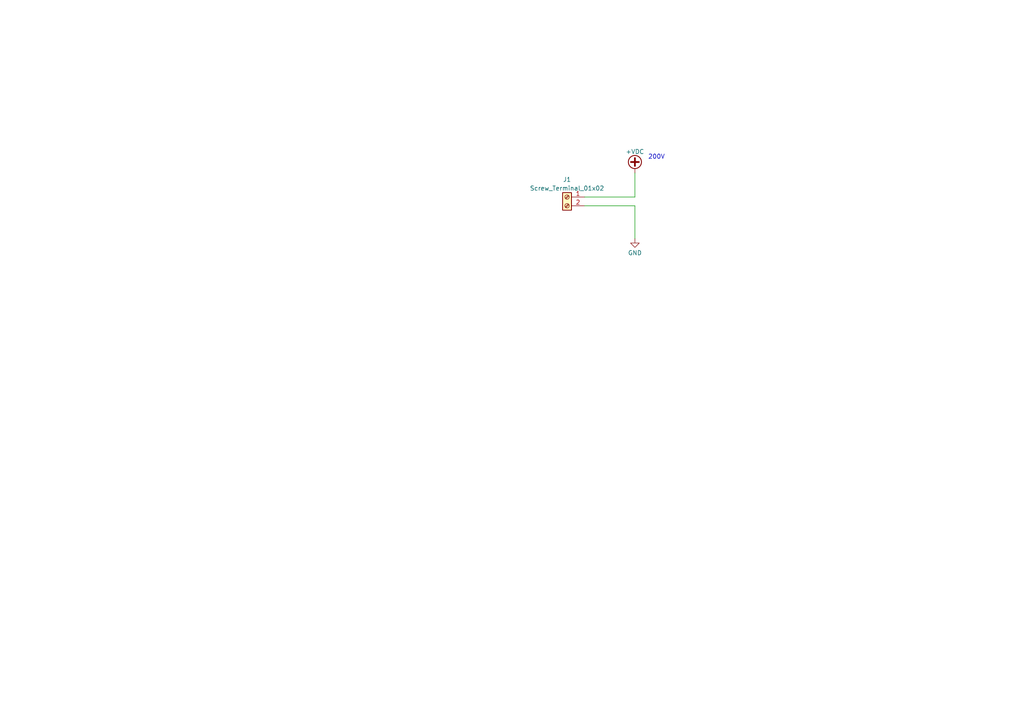
<source format=kicad_sch>
(kicad_sch (version 20230121) (generator eeschema)

  (uuid b3919c39-895a-4a09-8b0a-706531799358)

  (paper "A4")

  (lib_symbols
    (symbol "Connector:Screw_Terminal_01x02" (pin_names (offset 1.016) hide) (in_bom yes) (on_board yes)
      (property "Reference" "J" (at 0 2.54 0)
        (effects (font (size 1.27 1.27)))
      )
      (property "Value" "Screw_Terminal_01x02" (at 0 -5.08 0)
        (effects (font (size 1.27 1.27)))
      )
      (property "Footprint" "" (at 0 0 0)
        (effects (font (size 1.27 1.27)) hide)
      )
      (property "Datasheet" "~" (at 0 0 0)
        (effects (font (size 1.27 1.27)) hide)
      )
      (property "ki_keywords" "screw terminal" (at 0 0 0)
        (effects (font (size 1.27 1.27)) hide)
      )
      (property "ki_description" "Generic screw terminal, single row, 01x02, script generated (kicad-library-utils/schlib/autogen/connector/)" (at 0 0 0)
        (effects (font (size 1.27 1.27)) hide)
      )
      (property "ki_fp_filters" "TerminalBlock*:*" (at 0 0 0)
        (effects (font (size 1.27 1.27)) hide)
      )
      (symbol "Screw_Terminal_01x02_1_1"
        (rectangle (start -1.27 1.27) (end 1.27 -3.81)
          (stroke (width 0.254) (type default))
          (fill (type background))
        )
        (circle (center 0 -2.54) (radius 0.635)
          (stroke (width 0.1524) (type default))
          (fill (type none))
        )
        (polyline
          (pts
            (xy -0.5334 -2.2098)
            (xy 0.3302 -3.048)
          )
          (stroke (width 0.1524) (type default))
          (fill (type none))
        )
        (polyline
          (pts
            (xy -0.5334 0.3302)
            (xy 0.3302 -0.508)
          )
          (stroke (width 0.1524) (type default))
          (fill (type none))
        )
        (polyline
          (pts
            (xy -0.3556 -2.032)
            (xy 0.508 -2.8702)
          )
          (stroke (width 0.1524) (type default))
          (fill (type none))
        )
        (polyline
          (pts
            (xy -0.3556 0.508)
            (xy 0.508 -0.3302)
          )
          (stroke (width 0.1524) (type default))
          (fill (type none))
        )
        (circle (center 0 0) (radius 0.635)
          (stroke (width 0.1524) (type default))
          (fill (type none))
        )
        (pin passive line (at -5.08 0 0) (length 3.81)
          (name "Pin_1" (effects (font (size 1.27 1.27))))
          (number "1" (effects (font (size 1.27 1.27))))
        )
        (pin passive line (at -5.08 -2.54 0) (length 3.81)
          (name "Pin_2" (effects (font (size 1.27 1.27))))
          (number "2" (effects (font (size 1.27 1.27))))
        )
      )
    )
    (symbol "GND_1" (power) (pin_names (offset 0)) (in_bom yes) (on_board yes)
      (property "Reference" "#PWR" (at 0 -6.35 0)
        (effects (font (size 1.27 1.27)) hide)
      )
      (property "Value" "GND_1" (at 0 -3.81 0)
        (effects (font (size 1.27 1.27)))
      )
      (property "Footprint" "" (at 0 0 0)
        (effects (font (size 1.27 1.27)) hide)
      )
      (property "Datasheet" "" (at 0 0 0)
        (effects (font (size 1.27 1.27)) hide)
      )
      (property "ki_keywords" "global power" (at 0 0 0)
        (effects (font (size 1.27 1.27)) hide)
      )
      (property "ki_description" "Power symbol creates a global label with name \"GND\" , ground" (at 0 0 0)
        (effects (font (size 1.27 1.27)) hide)
      )
      (symbol "GND_1_0_1"
        (polyline
          (pts
            (xy 0 0)
            (xy 0 -1.27)
            (xy 1.27 -1.27)
            (xy 0 -2.54)
            (xy -1.27 -1.27)
            (xy 0 -1.27)
          )
          (stroke (width 0) (type default))
          (fill (type none))
        )
      )
      (symbol "GND_1_1_1"
        (pin power_in line (at 0 0 270) (length 0) hide
          (name "GND" (effects (font (size 1.27 1.27))))
          (number "1" (effects (font (size 1.27 1.27))))
        )
      )
    )
    (symbol "power:+VDC" (power) (pin_names (offset 0)) (in_bom yes) (on_board yes)
      (property "Reference" "#PWR" (at 0 -2.54 0)
        (effects (font (size 1.27 1.27)) hide)
      )
      (property "Value" "+VDC" (at 0 6.35 0)
        (effects (font (size 1.27 1.27)))
      )
      (property "Footprint" "" (at 0 0 0)
        (effects (font (size 1.27 1.27)) hide)
      )
      (property "Datasheet" "" (at 0 0 0)
        (effects (font (size 1.27 1.27)) hide)
      )
      (property "ki_keywords" "global power" (at 0 0 0)
        (effects (font (size 1.27 1.27)) hide)
      )
      (property "ki_description" "Power symbol creates a global label with name \"+VDC\"" (at 0 0 0)
        (effects (font (size 1.27 1.27)) hide)
      )
      (symbol "+VDC_0_1"
        (polyline
          (pts
            (xy -1.143 3.175)
            (xy 1.143 3.175)
          )
          (stroke (width 0.508) (type default))
          (fill (type none))
        )
        (polyline
          (pts
            (xy 0 0)
            (xy 0 1.27)
          )
          (stroke (width 0) (type default))
          (fill (type none))
        )
        (polyline
          (pts
            (xy 0 2.032)
            (xy 0 4.318)
          )
          (stroke (width 0.508) (type default))
          (fill (type none))
        )
        (circle (center 0 3.175) (radius 1.905)
          (stroke (width 0.254) (type default))
          (fill (type none))
        )
      )
      (symbol "+VDC_1_1"
        (pin power_in line (at 0 0 90) (length 0) hide
          (name "+VDC" (effects (font (size 1.27 1.27))))
          (number "1" (effects (font (size 1.27 1.27))))
        )
      )
    )
  )


  (wire (pts (xy 169.545 59.69) (xy 184.15 59.69))
    (stroke (width 0) (type default))
    (uuid 9818b862-809a-4ffd-9708-fc9f53efbec6)
  )
  (wire (pts (xy 184.15 59.69) (xy 184.15 69.215))
    (stroke (width 0) (type default))
    (uuid 9be8aaab-5a4b-458e-8c64-ffdc00135673)
  )
  (wire (pts (xy 169.545 57.15) (xy 184.15 57.15))
    (stroke (width 0) (type default))
    (uuid a33fd4d5-bc80-472e-a8cf-22de77debf84)
  )
  (wire (pts (xy 184.15 57.15) (xy 184.15 50.165))
    (stroke (width 0) (type default))
    (uuid eb4ee701-3882-471d-8d5b-b5ff34e2ae55)
  )

  (text "200V" (at 187.96 46.355 0)
    (effects (font (size 1.27 1.27)) (justify left bottom))
    (uuid fc85b77d-a29e-4a3d-b3e6-5cc72ea3f0e6)
  )

  (symbol (lib_id "power:+VDC") (at 184.15 50.165 0) (unit 1)
    (in_bom yes) (on_board yes) (dnp no) (fields_autoplaced)
    (uuid 8d7658c9-bccb-4dd2-8053-9e51b03d988d)
    (property "Reference" "#PWR02" (at 184.15 52.705 0)
      (effects (font (size 1.27 1.27)) hide)
    )
    (property "Value" "+VDC" (at 184.15 43.9961 0)
      (effects (font (size 1.27 1.27)))
    )
    (property "Footprint" "" (at 184.15 50.165 0)
      (effects (font (size 1.27 1.27)) hide)
    )
    (property "Datasheet" "" (at 184.15 50.165 0)
      (effects (font (size 1.27 1.27)) hide)
    )
    (pin "1" (uuid 8a1e0a13-c854-4139-9be5-ff54b9997097))
    (instances
      (project "motor_driver"
        (path "/d654f645-a84e-4d76-9dd7-4a886e02c083/6c593f8c-f81e-4e0f-a428-320e32fb71c1"
          (reference "#PWR02") (unit 1)
        )
        (path "/d654f645-a84e-4d76-9dd7-4a886e02c083/1345ce0c-c3aa-49c2-9603-4e0f930db6fe"
          (reference "#PWR016") (unit 1)
        )
      )
    )
  )

  (symbol (lib_name "GND_1") (lib_id "power:GND") (at 184.15 69.215 0) (unit 1)
    (in_bom yes) (on_board yes) (dnp no) (fields_autoplaced)
    (uuid daac53a6-7481-4143-a183-868057fe662f)
    (property "Reference" "#PWR05" (at 184.15 75.565 0)
      (effects (font (size 1.27 1.27)) hide)
    )
    (property "Value" "GND" (at 184.15 73.3505 0)
      (effects (font (size 1.27 1.27)))
    )
    (property "Footprint" "" (at 184.15 69.215 0)
      (effects (font (size 1.27 1.27)) hide)
    )
    (property "Datasheet" "" (at 184.15 69.215 0)
      (effects (font (size 1.27 1.27)) hide)
    )
    (pin "1" (uuid 9bc464dd-745f-4ea0-9144-81a100e89896))
    (instances
      (project "motor_driver"
        (path "/d654f645-a84e-4d76-9dd7-4a886e02c083/6c593f8c-f81e-4e0f-a428-320e32fb71c1"
          (reference "#PWR05") (unit 1)
        )
        (path "/d654f645-a84e-4d76-9dd7-4a886e02c083/1345ce0c-c3aa-49c2-9603-4e0f930db6fe"
          (reference "#PWR019") (unit 1)
        )
      )
    )
  )

  (symbol (lib_id "Connector:Screw_Terminal_01x02") (at 164.465 57.15 0) (mirror y) (unit 1)
    (in_bom yes) (on_board yes) (dnp no) (fields_autoplaced)
    (uuid f5bd894d-7e74-4551-8364-0a1a13c8fb86)
    (property "Reference" "J1" (at 164.465 52.07 0)
      (effects (font (size 1.27 1.27)))
    )
    (property "Value" "Screw_Terminal_01x02" (at 164.465 54.61 0)
      (effects (font (size 1.27 1.27)))
    )
    (property "Footprint" "TerminalBlock_Dinkle:TerminalBlock_Dinkle_DT-55-B01X-02_P10.00mm" (at 164.465 57.15 0)
      (effects (font (size 1.27 1.27)) hide)
    )
    (property "Datasheet" "~" (at 164.465 57.15 0)
      (effects (font (size 1.27 1.27)) hide)
    )
    (pin "1" (uuid 00027490-afde-47e1-ad15-b7e165f53f4b))
    (pin "2" (uuid 60f2a7b5-1f13-449b-97f7-62fe6b77f606))
    (instances
      (project "motor_driver"
        (path "/d654f645-a84e-4d76-9dd7-4a886e02c083/1345ce0c-c3aa-49c2-9603-4e0f930db6fe"
          (reference "J1") (unit 1)
        )
      )
    )
  )
)

</source>
